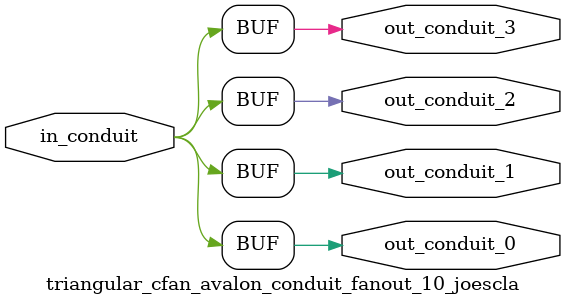
<source format=sv>


 


// --------------------------------------------------------------------------------
//| Avalon Conduit Fan-Out
// --------------------------------------------------------------------------------

// ------------------------------------------
// Generation parameters:
//   output_name:       triangular_cfan_avalon_conduit_fanout_10_joescla
//   numFanOut:         4
//   
// ------------------------------------------

module triangular_cfan_avalon_conduit_fanout_10_joescla (     

// Interface: out_conduit_0
 output                    out_conduit_0,
// Interface: out_conduit_1
 output                    out_conduit_1,
// Interface: out_conduit_2
 output                    out_conduit_2,
// Interface: out_conduit_3
 output                    out_conduit_3,

// Interface: in_conduit
 input                   in_conduit

);

   assign  out_conduit_0 = in_conduit;
   assign  out_conduit_1 = in_conduit;
   assign  out_conduit_2 = in_conduit;
   assign  out_conduit_3 = in_conduit;

endmodule //


</source>
